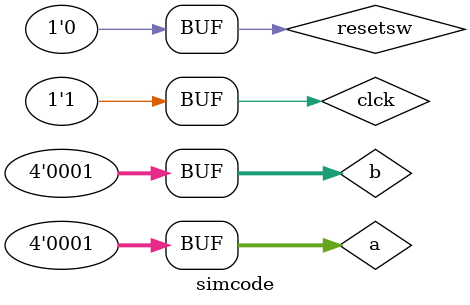
<source format=sv>
`timescale 1ns / 1ps
module simcode
    #(parameter R = 4)
    ();
    
    logic clck; 
    logic resetsw;
    logic [R - 1:0] a;
    logic [R - 1:0] b;
    logic out;
    logic [R-1:0] maxcount;
    
    always
    begin
        clck = 1'b0;
        #1;
        clck = 1'b1;
        #1;
    end
    
    square_wave_gen uut1 (clck, resetsw, a, b, out, maxcount);
    
    initial
    begin
        resetsw = 1'b1;
        #10
        resetsw = 1'b0;
        a = 4'b0001;
        b = 4'b0001;
    end
    
endmodule

</source>
